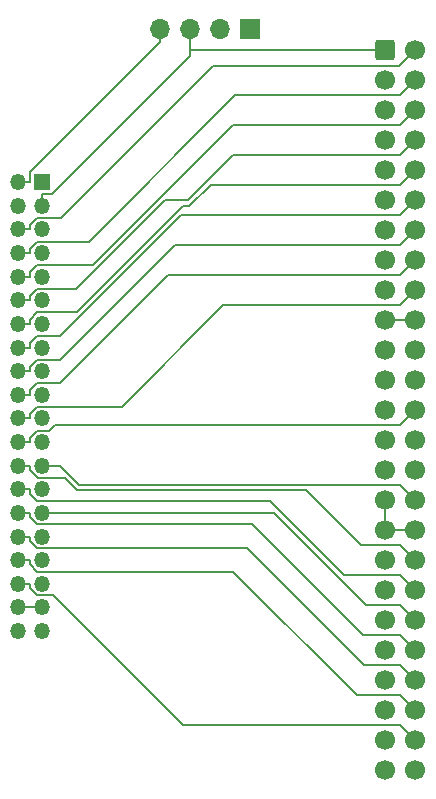
<source format=gbr>
%TF.GenerationSoftware,KiCad,Pcbnew,8.0.1*%
%TF.CreationDate,2024-04-03T11:18:02-05:00*%
%TF.ProjectId,SCSI-Adapter,53435349-2d41-4646-9170-7465722e6b69,rev?*%
%TF.SameCoordinates,Original*%
%TF.FileFunction,Copper,L2,Bot*%
%TF.FilePolarity,Positive*%
%FSLAX46Y46*%
G04 Gerber Fmt 4.6, Leading zero omitted, Abs format (unit mm)*
G04 Created by KiCad (PCBNEW 8.0.1) date 2024-04-03 11:18:02*
%MOMM*%
%LPD*%
G01*
G04 APERTURE LIST*
G04 Aperture macros list*
%AMRoundRect*
0 Rectangle with rounded corners*
0 $1 Rounding radius*
0 $2 $3 $4 $5 $6 $7 $8 $9 X,Y pos of 4 corners*
0 Add a 4 corners polygon primitive as box body*
4,1,4,$2,$3,$4,$5,$6,$7,$8,$9,$2,$3,0*
0 Add four circle primitives for the rounded corners*
1,1,$1+$1,$2,$3*
1,1,$1+$1,$4,$5*
1,1,$1+$1,$6,$7*
1,1,$1+$1,$8,$9*
0 Add four rect primitives between the rounded corners*
20,1,$1+$1,$2,$3,$4,$5,0*
20,1,$1+$1,$4,$5,$6,$7,0*
20,1,$1+$1,$6,$7,$8,$9,0*
20,1,$1+$1,$8,$9,$2,$3,0*%
G04 Aperture macros list end*
%TA.AperFunction,ComponentPad*%
%ADD10RoundRect,0.250000X-0.600000X-0.600000X0.600000X-0.600000X0.600000X0.600000X-0.600000X0.600000X0*%
%TD*%
%TA.AperFunction,ComponentPad*%
%ADD11C,1.700000*%
%TD*%
%TA.AperFunction,ComponentPad*%
%ADD12R,1.700000X1.700000*%
%TD*%
%TA.AperFunction,ComponentPad*%
%ADD13O,1.700000X1.700000*%
%TD*%
%TA.AperFunction,ComponentPad*%
%ADD14R,1.350000X1.350000*%
%TD*%
%TA.AperFunction,ComponentPad*%
%ADD15O,1.350000X1.350000*%
%TD*%
%TA.AperFunction,Conductor*%
%ADD16C,0.200000*%
%TD*%
G04 APERTURE END LIST*
D10*
%TO.P,J2,1,Pin_1*%
%TO.N,GND*%
X195580000Y-50800000D03*
D11*
%TO.P,J2,2,Pin_2*%
%TO.N,/D0*%
X198120000Y-50800000D03*
%TO.P,J2,3,Pin_3*%
%TO.N,GND*%
X195580000Y-53340000D03*
%TO.P,J2,4,Pin_4*%
%TO.N,/D1*%
X198120000Y-53340000D03*
%TO.P,J2,5,Pin_5*%
%TO.N,GND*%
X195580000Y-55880000D03*
%TO.P,J2,6,Pin_6*%
%TO.N,/D2*%
X198120000Y-55880000D03*
%TO.P,J2,7,Pin_7*%
%TO.N,GND*%
X195580000Y-58420000D03*
%TO.P,J2,8,Pin_8*%
%TO.N,/D3*%
X198120000Y-58420000D03*
%TO.P,J2,9,Pin_9*%
%TO.N,GND*%
X195580000Y-60960000D03*
%TO.P,J2,10,Pin_10*%
%TO.N,/D4*%
X198120000Y-60960000D03*
%TO.P,J2,11,Pin_11*%
%TO.N,GND*%
X195580000Y-63500000D03*
%TO.P,J2,12,Pin_12*%
%TO.N,/D5*%
X198120000Y-63500000D03*
%TO.P,J2,13,Pin_13*%
%TO.N,GND*%
X195580000Y-66040000D03*
%TO.P,J2,14,Pin_14*%
%TO.N,/D6*%
X198120000Y-66040000D03*
%TO.P,J2,15,Pin_15*%
%TO.N,GND*%
X195580000Y-68580000D03*
%TO.P,J2,16,Pin_16*%
%TO.N,/D7*%
X198120000Y-68580000D03*
%TO.P,J2,17,Pin_17*%
%TO.N,GND*%
X195580000Y-71120000D03*
%TO.P,J2,18,Pin_18*%
%TO.N,/PARITY*%
X198120000Y-71120000D03*
%TO.P,J2,19,Pin_19*%
%TO.N,GND*%
X195580000Y-73660000D03*
%TO.P,J2,20,Pin_20*%
X198120000Y-73660000D03*
%TO.P,J2,21,Pin_21*%
%TO.N,unconnected-(J2-Pin_21-Pad21)*%
X195580000Y-76200000D03*
%TO.P,J2,22,Pin_22*%
%TO.N,GND*%
X198120000Y-76200000D03*
%TO.P,J2,23,Pin_23*%
%TO.N,unconnected-(J2-Pin_23-Pad23)*%
X195580000Y-78740000D03*
%TO.P,J2,24,Pin_24*%
%TO.N,unconnected-(J2-Pin_24-Pad24)*%
X198120000Y-78740000D03*
%TO.P,J2,25,Pin_25*%
%TO.N,unconnected-(J2-Pin_25-Pad25)*%
X195580000Y-81280000D03*
%TO.P,J2,26,Pin_26*%
%TO.N,/TERM*%
X198120000Y-81280000D03*
%TO.P,J2,27,Pin_27*%
%TO.N,unconnected-(J2-Pin_27-Pad27)*%
X195580000Y-83820000D03*
%TO.P,J2,28,Pin_28*%
%TO.N,unconnected-(J2-Pin_28-Pad28)*%
X198120000Y-83820000D03*
%TO.P,J2,29,Pin_29*%
%TO.N,GND*%
X195580000Y-86360000D03*
%TO.P,J2,30,Pin_30*%
X198120000Y-86360000D03*
%TO.P,J2,31,Pin_31*%
X195580000Y-88900000D03*
%TO.P,J2,32,Pin_32*%
%TO.N,/ATN*%
X198120000Y-88900000D03*
%TO.P,J2,33,Pin_33*%
%TO.N,GND*%
X195580000Y-91440000D03*
%TO.P,J2,34,Pin_34*%
X198120000Y-91440000D03*
%TO.P,J2,35,Pin_35*%
X195580000Y-93980000D03*
%TO.P,J2,36,Pin_36*%
%TO.N,/BSY*%
X198120000Y-93980000D03*
%TO.P,J2,37,Pin_37*%
%TO.N,GND*%
X195580000Y-96520000D03*
%TO.P,J2,38,Pin_38*%
%TO.N,/ACK*%
X198120000Y-96520000D03*
%TO.P,J2,39,Pin_39*%
%TO.N,GND*%
X195580000Y-99060000D03*
%TO.P,J2,40,Pin_40*%
%TO.N,/RST*%
X198120000Y-99060000D03*
%TO.P,J2,41,Pin_41*%
%TO.N,GND*%
X195580000Y-101600000D03*
%TO.P,J2,42,Pin_42*%
%TO.N,/MSG*%
X198120000Y-101600000D03*
%TO.P,J2,43,Pin_43*%
%TO.N,GND*%
X195580000Y-104140000D03*
%TO.P,J2,44,Pin_44*%
%TO.N,/SEL*%
X198120000Y-104140000D03*
%TO.P,J2,45,Pin_45*%
%TO.N,GND*%
X195580000Y-106680000D03*
%TO.P,J2,46,Pin_46*%
%TO.N,/CD*%
X198120000Y-106680000D03*
%TO.P,J2,47,Pin_47*%
%TO.N,GND*%
X195580000Y-109220000D03*
%TO.P,J2,48,Pin_48*%
%TO.N,/REQ*%
X198120000Y-109220000D03*
%TO.P,J2,49,Pin_49*%
%TO.N,GND*%
X195580000Y-111760000D03*
%TO.P,J2,50,Pin_50*%
%TO.N,/IO*%
X198120000Y-111760000D03*
%TD*%
D12*
%TO.P,J3,1,Pin_1*%
%TO.N,unconnected-(J3-Pin_1-Pad1)*%
X184120000Y-49000000D03*
D13*
%TO.P,J3,2,Pin_2*%
%TO.N,unconnected-(J3-Pin_2-Pad2)*%
X181580000Y-49000000D03*
%TO.P,J3,3,Pin_3*%
%TO.N,GND*%
X179040000Y-49000000D03*
%TO.P,J3,4,Pin_4*%
%TO.N,/VCC*%
X176500000Y-49000000D03*
%TD*%
D14*
%TO.P,J1,1,Pin_1*%
%TO.N,unconnected-(J1-Pin_1-Pad1)*%
X166500000Y-62000000D03*
D15*
%TO.P,J1,2,Pin_2*%
%TO.N,/VCC*%
X164500000Y-62000000D03*
%TO.P,J1,3,Pin_3*%
%TO.N,GND*%
X166500000Y-64000000D03*
%TO.P,J1,4,Pin_4*%
X164500000Y-64000000D03*
%TO.P,J1,5,Pin_5*%
X166500000Y-66000000D03*
%TO.P,J1,6,Pin_6*%
%TO.N,/D0*%
X164500000Y-66000000D03*
%TO.P,J1,7,Pin_7*%
%TO.N,GND*%
X166500000Y-68000000D03*
%TO.P,J1,8,Pin_8*%
%TO.N,/D1*%
X164500000Y-68000000D03*
%TO.P,J1,9,Pin_9*%
%TO.N,GND*%
X166500000Y-70000000D03*
%TO.P,J1,10,Pin_10*%
%TO.N,/D2*%
X164500000Y-70000000D03*
%TO.P,J1,11,Pin_11*%
%TO.N,GND*%
X166500000Y-72000000D03*
%TO.P,J1,12,Pin_12*%
%TO.N,/D3*%
X164500000Y-72000000D03*
%TO.P,J1,13,Pin_13*%
%TO.N,GND*%
X166500000Y-74000000D03*
%TO.P,J1,14,Pin_14*%
%TO.N,/D4*%
X164500000Y-74000000D03*
%TO.P,J1,15,Pin_15*%
%TO.N,GND*%
X166500000Y-76000000D03*
%TO.P,J1,16,Pin_16*%
%TO.N,/D5*%
X164500000Y-76000000D03*
%TO.P,J1,17,Pin_17*%
%TO.N,unconnected-(J1-Pin_17-Pad17)*%
X166500000Y-78000000D03*
%TO.P,J1,18,Pin_18*%
%TO.N,/D6*%
X164500000Y-78000000D03*
%TO.P,J1,19,Pin_19*%
%TO.N,GND*%
X166500000Y-80000000D03*
%TO.P,J1,20,Pin_20*%
%TO.N,/D7*%
X164500000Y-80000000D03*
%TO.P,J1,21,Pin_21*%
%TO.N,GND*%
X166500000Y-82000000D03*
%TO.P,J1,22,Pin_22*%
%TO.N,/PARITY*%
X164500000Y-82000000D03*
%TO.P,J1,23,Pin_23*%
%TO.N,GND*%
X166500000Y-84000000D03*
%TO.P,J1,24,Pin_24*%
%TO.N,/TERM*%
X164500000Y-84000000D03*
%TO.P,J1,25,Pin_25*%
%TO.N,/ATN*%
X166500000Y-86000000D03*
%TO.P,J1,26,Pin_26*%
%TO.N,/BSY*%
X164500000Y-86000000D03*
%TO.P,J1,27,Pin_27*%
%TO.N,GND*%
X166500000Y-88000000D03*
%TO.P,J1,28,Pin_28*%
%TO.N,/ACK*%
X164500000Y-88000000D03*
%TO.P,J1,29,Pin_29*%
%TO.N,/RST*%
X166500000Y-90000000D03*
%TO.P,J1,30,Pin_30*%
%TO.N,/MSG*%
X164500000Y-90000000D03*
%TO.P,J1,31,Pin_31*%
%TO.N,GND*%
X166500000Y-92000000D03*
%TO.P,J1,32,Pin_32*%
%TO.N,/SEL*%
X164500000Y-92000000D03*
%TO.P,J1,33,Pin_33*%
%TO.N,/IO*%
X166500000Y-94000000D03*
%TO.P,J1,34,Pin_34*%
%TO.N,/CD*%
X164500000Y-94000000D03*
%TO.P,J1,35,Pin_35*%
%TO.N,GND*%
X166500000Y-96000000D03*
%TO.P,J1,36,Pin_36*%
%TO.N,/REQ*%
X164500000Y-96000000D03*
%TO.P,J1,37,Pin_37*%
%TO.N,GND*%
X166500000Y-98000000D03*
%TO.P,J1,38,Pin_38*%
X164500000Y-98000000D03*
%TO.P,J1,39,Pin_39*%
%TO.N,unconnected-(J1-Pin_39-Pad39)*%
X166500000Y-100000000D03*
%TO.P,J1,40,Pin_40*%
%TO.N,unconnected-(J1-Pin_40-Pad40)*%
X164500000Y-100000000D03*
%TD*%
D16*
%TO.N,/D6*%
X164500000Y-78000000D02*
X165476700Y-78000000D01*
X196848500Y-67311500D02*
X198120000Y-66040000D01*
X177731600Y-67311500D02*
X196848500Y-67311500D01*
X168019800Y-77023300D02*
X177731600Y-67311500D01*
X166087000Y-77023300D02*
X168019800Y-77023300D01*
X165476700Y-77633600D02*
X166087000Y-77023300D01*
X165476700Y-78000000D02*
X165476700Y-77633600D01*
%TO.N,/ATN*%
X166500000Y-86000000D02*
X167476700Y-86000000D01*
X168046800Y-86000000D02*
X167476700Y-86000000D01*
X169675300Y-87628500D02*
X168046800Y-86000000D01*
X196848500Y-87628500D02*
X169675300Y-87628500D01*
X198120000Y-88900000D02*
X196848500Y-87628500D01*
%TO.N,/RST*%
X196850000Y-97790000D02*
X198120000Y-99060000D01*
X193897700Y-97790000D02*
X196850000Y-97790000D01*
X186107700Y-90000000D02*
X193897700Y-97790000D01*
X166500000Y-90000000D02*
X186107700Y-90000000D01*
%TO.N,/D3*%
X196850000Y-59690000D02*
X198120000Y-58420000D01*
X182686200Y-59690000D02*
X196850000Y-59690000D01*
X178890900Y-63485300D02*
X182686200Y-59690000D01*
X176914000Y-63485300D02*
X178890900Y-63485300D01*
X169376000Y-71023300D02*
X176914000Y-63485300D01*
X166087000Y-71023300D02*
X169376000Y-71023300D01*
X165476700Y-71633600D02*
X166087000Y-71023300D01*
X165476700Y-72000000D02*
X165476700Y-71633600D01*
X164500000Y-72000000D02*
X165476700Y-72000000D01*
%TO.N,/PARITY*%
X164500000Y-82000000D02*
X165476700Y-82000000D01*
X196848500Y-72391500D02*
X198120000Y-71120000D01*
X181868400Y-72391500D02*
X196848500Y-72391500D01*
X173236600Y-81023300D02*
X181868400Y-72391500D01*
X166087000Y-81023300D02*
X173236600Y-81023300D01*
X165476700Y-81633600D02*
X166087000Y-81023300D01*
X165476700Y-82000000D02*
X165476700Y-81633600D01*
%TO.N,/D4*%
X164500000Y-74000000D02*
X165476700Y-74000000D01*
X196848500Y-62231500D02*
X198120000Y-60960000D01*
X180783400Y-62231500D02*
X196848500Y-62231500D01*
X178986500Y-64028400D02*
X180783400Y-62231500D01*
X178418600Y-64028400D02*
X178986500Y-64028400D01*
X169423700Y-73023300D02*
X178418600Y-64028400D01*
X166087000Y-73023300D02*
X169423700Y-73023300D01*
X165476700Y-73633600D02*
X166087000Y-73023300D01*
X165476700Y-74000000D02*
X165476700Y-73633600D01*
%TO.N,/D7*%
X164500000Y-80000000D02*
X165476700Y-80000000D01*
X196848500Y-69851500D02*
X198120000Y-68580000D01*
X177191600Y-69851500D02*
X196848500Y-69851500D01*
X168019800Y-79023300D02*
X177191600Y-69851500D01*
X166087000Y-79023300D02*
X168019800Y-79023300D01*
X165476700Y-79633600D02*
X166087000Y-79023300D01*
X165476700Y-80000000D02*
X165476700Y-79633600D01*
%TO.N,/REQ*%
X196850000Y-107950000D02*
X198120000Y-109220000D01*
X178425300Y-107950000D02*
X196850000Y-107950000D01*
X167452000Y-96976700D02*
X178425300Y-107950000D01*
X166087000Y-96976700D02*
X167452000Y-96976700D01*
X165476700Y-96366400D02*
X166087000Y-96976700D01*
X165476700Y-96000000D02*
X165476700Y-96366400D01*
X164500000Y-96000000D02*
X165476700Y-96000000D01*
%TO.N,/D5*%
X164500000Y-76000000D02*
X165476700Y-76000000D01*
X196848500Y-64771500D02*
X198120000Y-63500000D01*
X178271600Y-64771500D02*
X196848500Y-64771500D01*
X168019800Y-75023300D02*
X178271600Y-64771500D01*
X166087000Y-75023300D02*
X168019800Y-75023300D01*
X165476700Y-75633600D02*
X166087000Y-75023300D01*
X165476700Y-76000000D02*
X165476700Y-75633600D01*
%TO.N,/CD*%
X164500000Y-94000000D02*
X165476700Y-94000000D01*
X196850000Y-105410000D02*
X198120000Y-106680000D01*
X193143200Y-105410000D02*
X196850000Y-105410000D01*
X182709900Y-94976700D02*
X193143200Y-105410000D01*
X166087000Y-94976700D02*
X182709900Y-94976700D01*
X165476700Y-94366400D02*
X166087000Y-94976700D01*
X165476700Y-94000000D02*
X165476700Y-94366400D01*
%TO.N,/SEL*%
X196850000Y-102870000D02*
X198120000Y-104140000D01*
X193722500Y-102870000D02*
X196850000Y-102870000D01*
X183829200Y-92976700D02*
X193722500Y-102870000D01*
X166087000Y-92976700D02*
X183829200Y-92976700D01*
X165476700Y-92366400D02*
X166087000Y-92976700D01*
X165476700Y-92000000D02*
X165476700Y-92366400D01*
X164500000Y-92000000D02*
X165476700Y-92000000D01*
%TO.N,/ACK*%
X164500000Y-88000000D02*
X165476700Y-88000000D01*
X196850000Y-95250000D02*
X198120000Y-96520000D01*
X192106400Y-95250000D02*
X196850000Y-95250000D01*
X185833100Y-88976700D02*
X192106400Y-95250000D01*
X166087000Y-88976700D02*
X185833100Y-88976700D01*
X165476700Y-88366400D02*
X166087000Y-88976700D01*
X165476700Y-88000000D02*
X165476700Y-88366400D01*
%TO.N,/D2*%
X164500000Y-70000000D02*
X165476700Y-70000000D01*
X165476700Y-69633600D02*
X165476700Y-70000000D01*
X166087000Y-69023300D02*
X165476700Y-69633600D01*
X170808000Y-69023300D02*
X166087000Y-69023300D01*
X182679800Y-57151500D02*
X170808000Y-69023300D01*
X196848500Y-57151500D02*
X182679800Y-57151500D01*
X198120000Y-55880000D02*
X196848500Y-57151500D01*
%TO.N,/BSY*%
X196850000Y-92710000D02*
X198120000Y-93980000D01*
X193543200Y-92710000D02*
X196850000Y-92710000D01*
X188863400Y-88030200D02*
X193543200Y-92710000D01*
X169438200Y-88030200D02*
X188863400Y-88030200D01*
X168422900Y-87014900D02*
X169438200Y-88030200D01*
X166125300Y-87014900D02*
X168422900Y-87014900D01*
X165476700Y-86366300D02*
X166125300Y-87014900D01*
X165476700Y-86000000D02*
X165476700Y-86366300D01*
X164500000Y-86000000D02*
X165476700Y-86000000D01*
%TO.N,/TERM*%
X196850000Y-82550000D02*
X198120000Y-81280000D01*
X167595000Y-82550000D02*
X196850000Y-82550000D01*
X167121700Y-83023300D02*
X167595000Y-82550000D01*
X166087000Y-83023300D02*
X167121700Y-83023300D01*
X165476700Y-83633600D02*
X166087000Y-83023300D01*
X165476700Y-84000000D02*
X165476700Y-83633600D01*
X164500000Y-84000000D02*
X165476700Y-84000000D01*
%TO.N,/D1*%
X164500000Y-68000000D02*
X165476700Y-68000000D01*
X196848500Y-54611500D02*
X198120000Y-53340000D01*
X182858300Y-54611500D02*
X196848500Y-54611500D01*
X170446500Y-67023300D02*
X182858300Y-54611500D01*
X166087000Y-67023300D02*
X170446500Y-67023300D01*
X165476700Y-67633600D02*
X166087000Y-67023300D01*
X165476700Y-68000000D02*
X165476700Y-67633600D01*
%TO.N,/MSG*%
X164500000Y-90000000D02*
X165476700Y-90000000D01*
X196850000Y-100330000D02*
X198120000Y-101600000D01*
X193668700Y-100330000D02*
X196850000Y-100330000D01*
X184315400Y-90976700D02*
X193668700Y-100330000D01*
X166087000Y-90976700D02*
X184315400Y-90976700D01*
X165476700Y-90366400D02*
X166087000Y-90976700D01*
X165476700Y-90000000D02*
X165476700Y-90366400D01*
%TO.N,/VCC*%
X165476700Y-61175000D02*
X176500000Y-50151700D01*
X165476700Y-62000000D02*
X165476700Y-61175000D01*
X176500000Y-49000000D02*
X176500000Y-50151700D01*
X164500000Y-62000000D02*
X165476700Y-62000000D01*
%TO.N,GND*%
X164500000Y-98000000D02*
X166500000Y-98000000D01*
X198120000Y-91440000D02*
X195580000Y-91440000D01*
X195580000Y-91440000D02*
X195580000Y-88900000D01*
X198120000Y-73660000D02*
X195580000Y-73660000D01*
X179040000Y-51295000D02*
X179040000Y-50800000D01*
X167311700Y-63023300D02*
X179040000Y-51295000D01*
X166500000Y-63023300D02*
X167311700Y-63023300D01*
X195580000Y-50800000D02*
X179040000Y-50800000D01*
X179040000Y-50800000D02*
X179040000Y-49000000D01*
X166500000Y-64000000D02*
X166500000Y-63023300D01*
%TO.N,/D0*%
X196761800Y-52158200D02*
X198120000Y-50800000D01*
X180973000Y-52158200D02*
X196761800Y-52158200D01*
X168107900Y-65023300D02*
X180973000Y-52158200D01*
X166087000Y-65023300D02*
X168107900Y-65023300D01*
X165476700Y-65633600D02*
X166087000Y-65023300D01*
X165476700Y-66000000D02*
X165476700Y-65633600D01*
X164500000Y-66000000D02*
X165476700Y-66000000D01*
%TD*%
M02*

</source>
